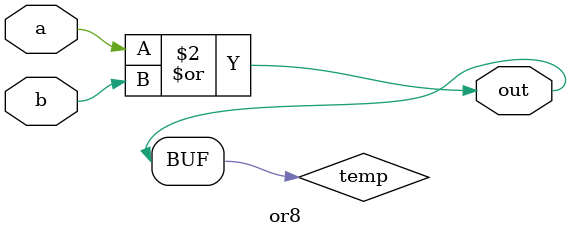
<source format=v>
module or8 (
  input a,
  input b,
  output out
);

    reg temp;
    always @(*) begin
        temp = a | b;
    end
    
    assign out = temp;
endmodule
</source>
